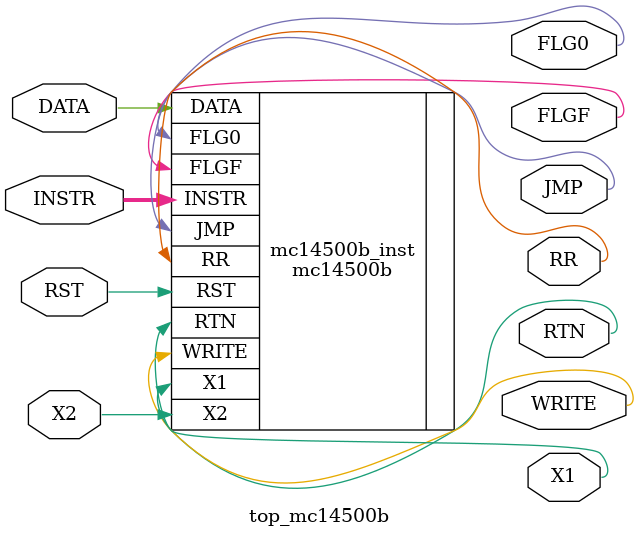
<source format=sv>
`default_nettype none
`timescale 1ns / 1ps

module top_mc14500b (
	input RST,
	input X2,
	input [3:0] INSTR,
	inout DATA,
	output X1,
	output RR,
	output WRITE,
	output JMP,
	output RTN,
	output FLG0,
	output FLGF
);

	mc14500b mc14500b_inst(.RST, .X2, .INSTR, .DATA, .X1, .RR, .WRITE, .JMP, .RTN, .FLG0, .FLGF);

endmodule

</source>
